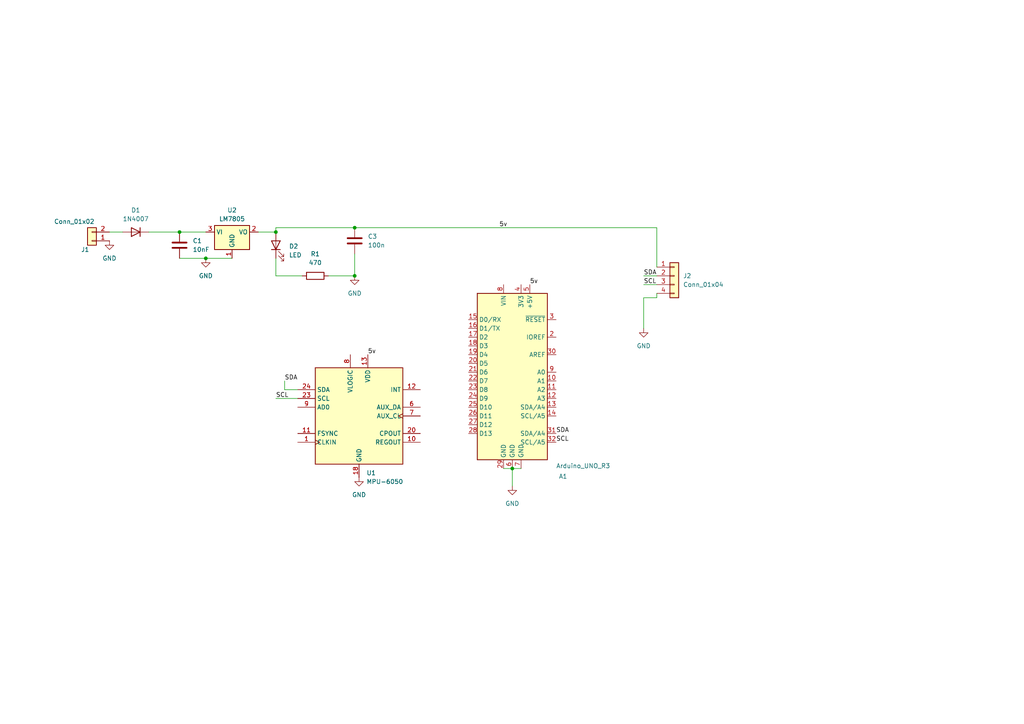
<source format=kicad_sch>
(kicad_sch (version 20250114) (generator "eeschema") (generator_version "9.0")
  (paper "A4")
  (lib_symbols
    (symbol "Connector_Generic:Conn_01x02" (pin_names (offset 1.016) (hide yes))
      (property "Reference" "J" (at 0 2.54 0))
      (property "Value" "Conn_01x02" (at 0 -5.08 0))
      (symbol "Conn_01x02_1_1"
        (rectangle (start -1.27 1.27) (end 1.27 -3.81) (stroke (width 0.254)) (fill (type background)))
        (rectangle (start -1.27 0.127) (end 0 -0.127) (stroke (width 0.1524)))
        (rectangle (start -1.27 -2.413) (end 0 -2.667) (stroke (width 0.1524)))
        (pin passive line (at -5.08 0 0) (length 3.81) (name "Pin_1") (number "1"))
        (pin passive line (at -5.08 -2.54 0) (length 3.81) (name "Pin_2") (number "2"))
      )
    )
    (symbol "Connector_Generic:Conn_01x04" (pin_names (offset 1.016) (hide yes))
      (property "Reference" "J" (at 0 5.08 0))
      (property "Value" "Conn_01x04" (at 0 -7.62 0))
      (symbol "Conn_01x04_1_1"
        (rectangle (start -1.27 3.81) (end 1.27 -6.35) (stroke (width 0.254)) (fill (type background)))
        (rectangle (start -1.27 2.667) (end 0 2.413) (stroke (width 0.1524)))
        (rectangle (start -1.27 0.127) (end 0 -0.127) (stroke (width 0.1524)))
        (rectangle (start -1.27 -2.413) (end 0 -2.667) (stroke (width 0.1524)))
        (rectangle (start -1.27 -4.953) (end 0 -5.207) (stroke (width 0.1524)))
        (pin passive line (at -5.08 2.54 0) (length 3.81) (name "Pin_1") (number "1"))
        (pin passive line (at -5.08 0 0) (length 3.81) (name "Pin_2") (number "2"))
        (pin passive line (at -5.08 -2.54 0) (length 3.81) (name "Pin_3") (number "3"))
        (pin passive line (at -5.08 -5.08 0) (length 3.81) (name "Pin_4") (number "4"))
      )
    )
    (symbol "Device:C" (pin_numbers (hide yes)) (pin_names (offset 0.254))
      (property "Reference" "C" (at 0.635 2.54 0))
      (property "Value" "C" (at 0.635 -2.54 0))
      (symbol "C_0_1"
        (polyline (pts (xy -2.032 0.762) (xy 2.032 0.762)) (stroke (width 0.508)))
        (polyline (pts (xy -2.032 -0.762) (xy 2.032 -0.762)) (stroke (width 0.508)))
      )
      (symbol "C_1_1"
        (pin passive line (at 0 3.81 270) (length 2.794) (name "~") (number "1"))
        (pin passive line (at 0 -3.81 90) (length 2.794) (name "~") (number "2"))
      )
    )
    (symbol "Device:LED" (pin_numbers (hide yes)) (pin_names (offset 1.016) (hide yes))
      (property "Reference" "D" (at 0 2.54 0))
      (property "Value" "LED" (at 0 -2.54 0))
      (symbol "LED_0_1"
        (polyline (pts (xy -3.048 -0.762) (xy -4.572 -2.286) (xy -3.81 -2.286) (xy -4.572 -2.286) (xy -4.572 -1.524)))
        (polyline (pts (xy -1.778 -0.762) (xy -3.302 -2.286) (xy -2.54 -2.286) (xy -3.302 -2.286) (xy -3.302 -1.524)))
        (polyline (pts (xy -1.27 0) (xy 1.27 0)))
        (polyline (pts (xy -1.27 -1.27) (xy -1.27 1.27)) (stroke (width 0.254)))
        (polyline (pts (xy 1.27 -1.27) (xy 1.27 1.27) (xy -1.27 0) (xy 1.27 -1.27)) (stroke (width 0.254)))
      )
      (symbol "LED_1_1"
        (pin passive line (at -3.81 0 0) (length 2.54) (name "K") (number "1"))
        (pin passive line (at 3.81 0 180) (length 2.54) (name "A") (number "2"))
      )
    )
    (symbol "Device:R" (pin_numbers (hide yes)) (pin_names (offset 0))
      (property "Reference" "R" (at 2.032 0 90))
      (property "Value" "R" (at 0 0 90))
      (symbol "R_0_1"
        (rectangle (start -1.016 -2.54) (end 1.016 2.54) (stroke (width 0.254)))
      )
      (symbol "R_1_1"
        (pin passive line (at 0 3.81 270) (length 1.27) (name "~") (number "1"))
        (pin passive line (at 0 -3.81 90) (length 1.27) (name "~") (number "2"))
      )
    )
    (symbol "Diode:1N4007" (pin_numbers (hide yes)) (pin_names (hide yes))
      (property "Reference" "D" (at 0 2.54 0))
      (property "Value" "1N4007" (at 0 -2.54 0))
      (symbol "1N4007_0_1"
        (polyline (pts (xy -1.27 1.27) (xy -1.27 -1.27)) (stroke (width 0.254)))
        (polyline (pts (xy 1.27 1.27) (xy 1.27 -1.27) (xy -1.27 0) (xy 1.27 1.27)) (stroke (width 0.254)))
        (polyline (pts (xy 1.27 0) (xy -1.27 0)))
      )
      (symbol "1N4007_1_1"
        (pin passive line (at -3.81 0 0) (length 2.54) (name "K") (number "1"))
        (pin passive line (at 3.81 0 180) (length 2.54) (name "A") (number "2"))
      )
    )
    (symbol "MCU_Module:Arduino_UNO_R3"
      (property "Reference" "A" (at -10.16 23.495 0))
      (property "Value" "Arduino_UNO_R3" (at 5.08 -26.67 0))
      (symbol "Arduino_UNO_R3_0_1"
        (rectangle (start -10.16 22.86) (end 10.16 -25.4) (stroke (width 0.254)) (fill (type background)))
      )
      (symbol "Arduino_UNO_R3_1_1"
        (pin bidirectional line (at -12.7 15.24 0) (length 2.54) (name "D0/RX") (number "15"))
        (pin bidirectional line (at -12.7 12.7 0) (length 2.54) (name "D1/TX") (number "16"))
        (pin bidirectional line (at -12.7 10.16 0) (length 2.54) (name "D2") (number "17"))
        (pin bidirectional line (at -12.7 7.62 0) (length 2.54) (name "D3") (number "18"))
        (pin bidirectional line (at -12.7 5.08 0) (length 2.54) (name "D4") (number "19"))
        (pin bidirectional line (at -12.7 2.54 0) (length 2.54) (name "D5") (number "20"))
        (pin bidirectional line (at -12.7 0 0) (length 2.54) (name "D6") (number "21"))
        (pin bidirectional line (at -12.7 -2.54 0) (length 2.54) (name "D7") (number "22"))
        (pin bidirectional line (at -12.7 -5.08 0) (length 2.54) (name "D8") (number "23"))
        (pin bidirectional line (at -12.7 -7.62 0) (length 2.54) (name "D9") (number "24"))
        (pin bidirectional line (at -12.7 -10.16 0) (length 2.54) (name "D10") (number "25"))
        (pin bidirectional line (at -12.7 -12.7 0) (length 2.54) (name "D11") (number "26"))
        (pin bidirectional line (at -12.7 -15.24 0) (length 2.54) (name "D12") (number "27"))
        (pin bidirectional line (at -12.7 -17.78 0) (length 2.54) (name "D13") (number "28"))
        (pin no_connect line (at -10.16 -20.32 0) (length 2.54) (hide yes) (name "NC") (number "1"))
        (pin power_in line (at -2.54 25.4 270) (length 2.54) (name "VIN") (number "8"))
        (pin power_in line (at -2.54 -27.94 90) (length 2.54) (name "GND") (number "29"))
        (pin power_in line (at 0 -27.94 90) (length 2.54) (name "GND") (number "6"))
        (pin power_out line (at 2.54 25.4 270) (length 2.54) (name "3V3") (number "4"))
        (pin power_in line (at 2.54 -27.94 90) (length 2.54) (name "GND") (number "7"))
        (pin power_out line (at 5.08 25.4 270) (length 2.54) (name "+5V") (number "5"))
        (pin input line (at 12.7 15.24 180) (length 2.54) (name "~{RESET}") (number "3"))
        (pin output line (at 12.7 10.16 180) (length 2.54) (name "IOREF") (number "2"))
        (pin input line (at 12.7 5.08 180) (length 2.54) (name "AREF") (number "30"))
        (pin bidirectional line (at 12.7 0 180) (length 2.54) (name "A0") (number "9"))
        (pin bidirectional line (at 12.7 -2.54 180) (length 2.54) (name "A1") (number "10"))
        (pin bidirectional line (at 12.7 -5.08 180) (length 2.54) (name "A2") (number "11"))
        (pin bidirectional line (at 12.7 -7.62 180) (length 2.54) (name "A3") (number "12"))
        (pin bidirectional line (at 12.7 -10.16 180) (length 2.54) (name "SDA/A4") (number "13"))
        (pin bidirectional line (at 12.7 -12.7 180) (length 2.54) (name "SCL/A5") (number "14"))
        (pin bidirectional line (at 12.7 -17.78 180) (length 2.54) (name "SDA/A4") (number "31"))
        (pin bidirectional line (at 12.7 -20.32 180) (length 2.54) (name "SCL/A5") (number "32"))
      )
    )
    (symbol "Regulator_Linear:AMS1117-5.0"
      (property "Reference" "U" (at -3.81 3.175 0))
      (property "Value" "AMS1117-5.0" (at 0 3.175 0))
      (symbol "AMS1117-5.0_0_1"
        (rectangle (start -5.08 -5.08) (end 5.08 1.905) (stroke (width 0.254)) (fill (type background)))
      )
      (symbol "AMS1117-5.0_1_1"
        (pin power_in line (at -7.62 0 0) (length 2.54) (name "VI") (number "3"))
        (pin power_in line (at 0 -7.62 90) (length 2.54) (name "GND") (number "1"))
        (pin power_out line (at 7.62 0 180) (length 2.54) (name "VO") (number "2"))
      )
    )
    (symbol "Sensor_Motion:MPU-6050"
      (property "Reference" "U" (at -11.43 13.97 0))
      (property "Value" "MPU-6050" (at 7.62 -15.24 0))
      (symbol "MPU-6050_0_0"
        (text "" (at 12.7 -2.54 0) (effects (font (size 1.27 1.27))))
      )
      (symbol "MPU-6050_0_1"
        (rectangle (start -12.7 13.97) (end 12.7 -13.97) (stroke (width 0.254)) (fill (type background)))
      )
      (symbol "MPU-6050_1_1"
        (pin bidirectional line (at -17.78 7.62 0) (length 5.08) (name "SDA") (number "24"))
        (pin input line (at -17.78 5.08 0) (length 5.08) (name "SCL") (number "23"))
        (pin input line (at -17.78 2.54 0) (length 5.08) (name "AD0") (number "9"))
        (pin input line (at -17.78 -5.08 0) (length 5.08) (name "FSYNC") (number "11"))
        (pin input clock (at -17.78 -7.62 0) (length 5.08) (name "CLKIN") (number "1"))
        (pin no_connect line (at -12.7 12.7 0) (length 2.54) (hide yes) (name "NC") (number "2"))
        (pin no_connect line (at -12.7 10.16 0) (length 2.54) (hide yes) (name "NC") (number "3"))
        (pin no_connect line (at -12.7 0 0) (length 2.54) (hide yes) (name "NC") (number "4"))
        (pin no_connect line (at -12.7 -2.54 0) (length 2.54) (hide yes) (name "NC") (number "5"))
        (pin no_connect line (at -12.7 -10.16 0) (length 2.54) (hide yes) (name "NC") (number "14"))
        (pin power_in line (at -2.54 17.78 270) (length 3.81) (name "VLOGIC") (number "8"))
        (pin power_in line (at 0 -17.78 90) (length 3.81) (name "GND") (number "18"))
        (pin power_in line (at 2.54 17.78 270) (length 3.81) (name "VDD") (number "13"))
        (pin no_connect line (at 12.7 12.7 180) (length 2.54) (hide yes) (name "NC") (number "15"))
        (pin no_connect line (at 12.7 10.16 180) (length 2.54) (hide yes) (name "NC") (number "16"))
        (pin no_connect line (at 12.7 5.08 180) (length 2.54) (hide yes) (name "NC") (number "17"))
        (pin no_connect line (at 12.7 -2.54 180) (length 2.54) (hide yes) (name "RESV") (number "21"))
        (pin no_connect line (at 12.7 -10.16 180) (length 2.54) (hide yes) (name "RESV") (number "19"))
        (pin no_connect line (at 12.7 -12.7 180) (length 2.54) (hide yes) (name "RESV") (number "22"))
        (pin output line (at 17.78 7.62 180) (length 5.08) (name "INT") (number "12"))
        (pin bidirectional line (at 17.78 2.54 180) (length 5.08) (name "AUX_DA") (number "6"))
        (pin output clock (at 17.78 0 180) (length 5.08) (name "AUX_CL") (number "7"))
        (pin passive line (at 17.78 -5.08 180) (length 5.08) (name "CPOUT") (number "20"))
        (pin passive line (at 17.78 -7.62 180) (length 5.08) (name "REGOUT") (number "10"))
      )
    )
    (symbol "power:GND" (power) (pin_numbers (hide yes)) (pin_names (offset 0) (hide yes))
      (property "Value" "GND" (at 0 -3.81 0))
      (symbol "GND_0_1"
        (polyline (pts (xy 0 0) (xy 0 -1.27) (xy 1.27 -1.27) (xy 0 -2.54) (xy -1.27 -1.27) (xy 0 -1.27)))
      )
      (symbol "GND_1_1"
        (pin power_in line (at 0 0 270) (length 0) (name "~") (number "1"))
      )
    )
  )
  (junction (at 52.07 67.31))
  (junction (at 102.87 66.04))
  (junction (at 80.01 67.31))
  (junction (at 148.59 135.89))
  (junction (at 102.87 80.01))
  (junction (at 59.69 74.93))
  (wire (pts (xy 59.69 74.93) (xy 67.31 74.93)))
  (wire (pts (xy 102.87 66.04) (xy 190.5 66.04)))
  (wire (pts (xy 82.55 113.03) (xy 86.36 113.03)))
  (wire (pts (xy 190.5 80.01) (xy 186.69 80.01)))
  (wire (pts (xy 102.87 73.66) (xy 102.87 80.01)))
  (wire (pts (xy 80.01 74.93) (xy 80.01 80.01)))
  (wire (pts (xy 190.5 82.55) (xy 186.69 82.55)))
  (wire (pts (xy 186.69 86.36) (xy 186.69 95.25)))
  (wire (pts (xy 80.01 80.01) (xy 87.63 80.01)))
  (wire (pts (xy 190.5 85.09) (xy 190.5 86.36)))
  (wire (pts (xy 190.5 86.36) (xy 186.69 86.36)))
  (wire (pts (xy 52.07 67.31) (xy 59.69 67.31)))
  (wire (pts (xy 82.55 110.49) (xy 82.55 113.03)))
  (wire (pts (xy 190.5 77.47) (xy 190.5 66.04)))
  (wire (pts (xy 148.59 140.97) (xy 148.59 135.89)))
  (wire (pts (xy 43.18 67.31) (xy 52.07 67.31)))
  (wire (pts (xy 148.59 135.89) (xy 151.13 135.89)))
  (wire (pts (xy 31.75 67.31) (xy 35.56 67.31)))
  (wire (pts (xy 80.01 67.31) (xy 74.93 67.31)))
  (wire (pts (xy 52.07 74.93) (xy 59.69 74.93)))
  (wire (pts (xy 146.05 135.89) (xy 148.59 135.89)))
  (wire (pts (xy 80.01 66.04) (xy 102.87 66.04)))
  (wire (pts (xy 95.25 80.01) (xy 102.87 80.01)))
  (wire (pts (xy 80.01 115.57) (xy 86.36 115.57)))
  (wire (pts (xy 80.01 66.04) (xy 80.01 67.31)))
  (label "SDA" (at 186.69 80.01 0))
  (label "SDA" (at 161.29 125.73 0))
  (label "SDA" (at 82.55 110.49 0))
  (label "SCL" (at 80.01 115.57 0))
  (label "SCL" (at 186.69 82.55 0))
  (label "5v" (at 153.67 82.55 0))
  (label "SCL" (at 161.29 128.27 0))
  (label "5v" (at 106.68 102.87 0))
  (label "5v" (at 144.78 66.04 0))
  (symbol (lib_id "Diode:1N4007") (at 39.37 67.31 180) (unit 1)
    (property "Reference" "D1" (at 39.37 60.96 0))
    (property "Value" "1N4007" (at 39.37 63.5 0))
    (property "Footprint" "Diode_THT:D_DO-41_SOD81_P10.16mm_Horizontal" (effects (hide yes)))
    (property "Datasheet" "http://www.vishay.com/docs/88503/1n4001.pdf" (effects (hide yes)))
    (property "Description" "1000V 1A General Purpose Rectifier Diode, DO-41" (effects (hide yes)))
    (property "Sim.Device" "D" (effects (hide yes)))
    (property "Sim.Pins" "1=K 2=A" (effects (hide yes)))
  )
  (symbol (lib_id "Device:LED") (at 80.01 71.12 90) (unit 1)
    (property "Reference" "D2" (at 83.82 71.4374 90) (effects (justify right)))
    (property "Value" "LED" (at 83.82 73.9774 90) (effects (justify right)))
    (property "Description" "Light emitting diode" (effects (hide yes)))
    (property "Sim.Pins" "1=K 2=A" (effects (hide yes)))
  )
  (symbol (lib_id "power:GND") (at 148.59 140.97 0) (unit 1)
    (property "Reference" "#PWR05" (effects (hide yes)))
    (property "Value" "GND" (at 148.59 146.05 0))
    (property "Description" "Power symbol creates a global label with name \"GND\" , ground" (effects (hide yes)))
  )
  (symbol (lib_id "MCU_Module:Arduino_UNO_R3") (at 148.59 107.95 0) (unit 1)
    (property "Reference" "A1" (at 162.052 138.176 0) (effects (justify left)))
    (property "Value" "Arduino_UNO_R3" (at 161.29 135.128 0) (effects (justify left)))
    (property "Footprint" "Module:Arduino_UNO_R3" (effects (hide yes)))
    (property "Datasheet" "https://www.arduino.cc/en/Main/arduinoBoardUno" (effects (hide yes)))
    (property "Description" "Arduino UNO Microcontroller Module, release 3" (effects (hide yes)))
  )
  (symbol (lib_id "Regulator_Linear:AMS1117-5.0") (at 67.31 67.31 0) (unit 1)
    (property "Reference" "U2" (at 67.31 60.96 0))
    (property "Value" "LM7805" (at 67.31 63.5 0))
    (property "Footprint" "Package_TO_SOT_SMD:SOT-223-3_TabPin2" (effects (hide yes)))
    (property "Datasheet" "http://www.advanced-monolithic.com/pdf/ds1117.pdf" (effects (hide yes)))
    (property "Description" "1A Low Dropout regulator, positive, 5.0V fixed output, SOT-223" (effects (hide yes)))
  )
  (symbol (lib_id "power:GND") (at 186.69 95.25 0) (unit 1)
    (property "Reference" "#PWR04" (effects (hide yes)))
    (property "Value" "GND" (at 186.69 100.33 0))
    (property "Description" "Power symbol creates a global label with name \"GND\" , ground" (effects (hide yes)))
  )
  (symbol (lib_id "Sensor_Motion:MPU-6050") (at 104.14 120.65 0) (unit 1)
    (property "Reference" "U1" (at 106.2833 137.16 0) (effects (justify left)))
    (property "Value" "MPU-6050" (at 106.2833 139.7 0) (effects (justify left)))
    (property "Footprint" "Sensor_Motion:InvenSense_QFN-24_4x4mm_P0.5mm" (effects (hide yes)))
    (property "Datasheet" "https://invensense.tdk.com/wp-content/uploads/2015/02/MPU-6000-Datasheet1.pdf" (effects (hide yes)))
    (property "Description" "InvenSense 6-Axis Motion Sensor, Gyroscope, Accelerometer, I2C" (effects (hide yes)))
  )
  (symbol (lib_id "power:GND") (at 59.69 74.93 0) (unit 1)
    (property "Reference" "#PWR01" (effects (hide yes)))
    (property "Value" "GND" (at 59.69 80.01 0))
    (property "Description" "Power symbol creates a global label with name \"GND\" , ground" (effects (hide yes)))
  )
  (symbol (lib_id "power:GND") (at 31.75 69.85 0) (unit 1)
    (property "Reference" "#PWR03" (effects (hide yes)))
    (property "Value" "GND" (at 31.75 74.93 0))
    (property "Description" "Power symbol creates a global label with name \"GND\" , ground" (effects (hide yes)))
  )
  (symbol (lib_id "Connector_Generic:Conn_01x04") (at 195.58 80.01 0) (unit 1)
    (property "Reference" "J2" (at 198.12 80.0099 0) (effects (justify left)))
    (property "Value" "Conn_01x04" (at 198.12 82.5499 0) (effects (justify left)))
    (property "Description" "Generic connector, single row, 01x04, script generated (kicad-library-utils/schlib/autogen/connector/)" (effects (hide yes)))
  )
  (symbol (lib_id "Device:C") (at 102.87 69.85 0) (unit 1)
    (property "Reference" "C3" (at 106.68 68.5799 0) (effects (justify left)))
    (property "Value" "100n" (at 106.68 71.1199 0) (effects (justify left)))
    (property "Description" "Unpolarized capacitor" (effects (hide yes)))
  )
  (symbol (lib_id "power:GND") (at 104.14 138.43 0) (unit 1)
    (property "Reference" "#PWR06" (effects (hide yes)))
    (property "Value" "GND" (at 104.14 143.51 0))
    (property "Description" "Power symbol creates a global label with name \"GND\" , ground" (effects (hide yes)))
  )
  (symbol (lib_id "power:GND") (at 102.87 80.01 0) (unit 1)
    (property "Reference" "#PWR02" (effects (hide yes)))
    (property "Value" "GND" (at 102.87 85.09 0))
    (property "Description" "Power symbol creates a global label with name \"GND\" , ground" (effects (hide yes)))
  )
  (symbol (lib_id "Connector_Generic:Conn_01x02") (at 26.67 69.85 180) (unit 1)
    (property "Reference" "J1" (at 25.908 72.39 0) (effects (justify left)))
    (property "Value" "Conn_01x02" (at 27.432 64.262 0) (effects (justify left)))
    (property "Description" "Generic connector, single row, 01x02, script generated (kicad-library-utils/schlib/autogen/connector/)" (effects (hide yes)))
  )
  (symbol (lib_id "Device:R") (at 91.44 80.01 90) (unit 1)
    (property "Reference" "R1" (at 91.44 73.66 90))
    (property "Value" "470" (at 91.44 76.2 90))
    (property "Description" "Resistor" (effects (hide yes)))
  )
  (symbol (lib_id "Device:C") (at 52.07 71.12 0) (unit 1)
    (property "Reference" "C1" (at 55.88 69.8499 0) (effects (justify left)))
    (property "Value" "10nF" (at 55.88 72.3899 0) (effects (justify left)))
    (property "Description" "Unpolarized capacitor" (effects (hide yes)))
  )
)
</source>
